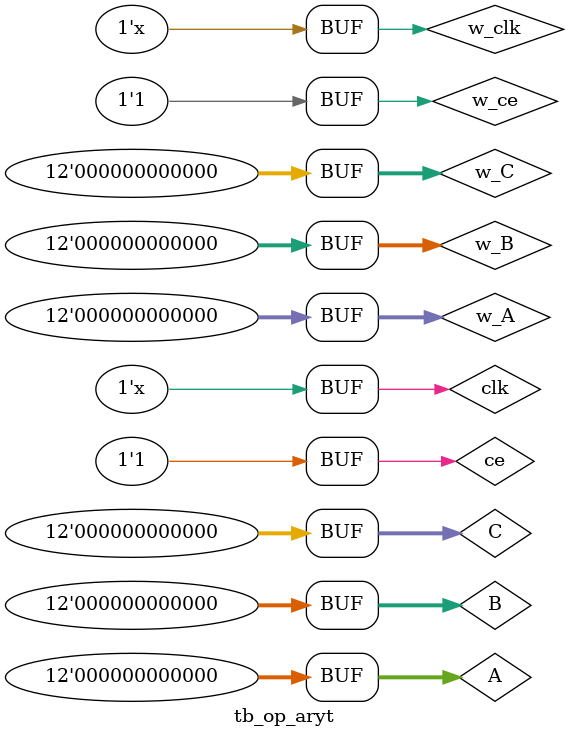
<source format=v>
`timescale 1ns / 1ps


module tb_op_aryt(
    );
    
reg clk;
reg ce;
reg signed[11:0] A=12'b000101001011; //0.32345
reg signed[11:0] B=12'b110011011010; //-0.78743
reg signed[11:0] C=12'b001001000011; //0.56532


wire w_clk;
wire w_ce;
wire signed [11:0] w_A;
wire signed [11:0] w_B;
wire signed [11:0] w_C;

assign w_clk = clk;
assign w_ce = ce;
assign w_A = A;
assign w_B = B;
assign w_C = C;

wire signed[24:0] Y;

op_aryt op_aryt //latencja 5, czy 3?
(
    .clk(w_clk),
    .ce(w_ce),
    .A(A),
    .B(B),
    .C(C),
    .Y(Y)
);

initial
begin
    clk = 0;
    ce = 1;
end
	
always
begin
    A=12'b000101001011; //0.32345
    B=12'b110011011010; //-0.78743
    C=12'b001001000011; //0.56532
    #1 clk = ~clk;//1
    #1 clk = ~clk;
    #1 clk = ~clk;//2
    #1 clk = ~clk;
    #1 clk = ~clk;//3
    #1 clk = ~clk;
    #1 clk = ~clk;//4
    #1 clk = ~clk;
    #1 clk = ~clk;//5
    #1 clk = ~clk;
    #1 clk = ~clk;//6
    #1 clk = ~clk;
    A=0; //0
    B=0; //0
    C=0; //0
    #1 clk = ~clk;//1
    #1 clk = ~clk;
    #1 clk = ~clk;//2
    #1 clk = ~clk;
    #1 clk = ~clk;//3
    #1 clk = ~clk;
    #1 clk = ~clk;//4
    #1 clk = ~clk;
    #1 clk = ~clk;//5
    #1 clk = ~clk;
    #1 clk = ~clk;//6
    #1 clk = ~clk;
end
    
    
    
endmodule
// Jakub Glod 417193
</source>
